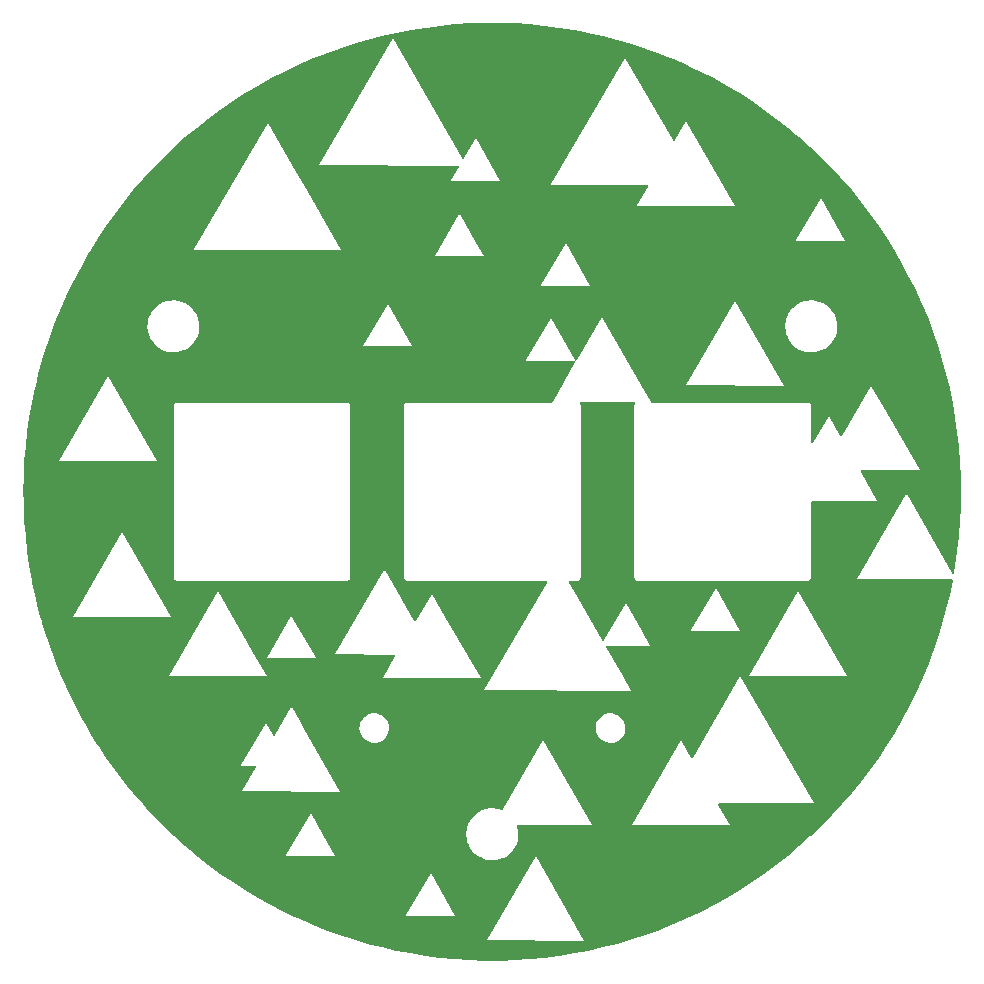
<source format=gbr>
%TF.GenerationSoftware,KiCad,Pcbnew,(7.0.0-0)*%
%TF.CreationDate,2023-03-08T23:01:28-06:00*%
%TF.ProjectId,RP2040_minimal,52503230-3430-45f6-9d69-6e696d616c2e,REV1*%
%TF.SameCoordinates,Original*%
%TF.FileFunction,Copper,L1,Top*%
%TF.FilePolarity,Positive*%
%FSLAX46Y46*%
G04 Gerber Fmt 4.6, Leading zero omitted, Abs format (unit mm)*
G04 Created by KiCad (PCBNEW (7.0.0-0)) date 2023-03-08 23:01:28*
%MOMM*%
%LPD*%
G01*
G04 APERTURE LIST*
G04 APERTURE END LIST*
%TA.AperFunction,Conductor*%
%TO.N,GND*%
G36*
X631446Y39694453D02*
G01*
X1887433Y39654584D01*
X1890490Y39654438D01*
X3144637Y39574735D01*
X3147726Y39574489D01*
X4398656Y39455040D01*
X4401768Y39454693D01*
X5605349Y39301093D01*
X5648300Y39295611D01*
X5651409Y39295163D01*
X6892177Y39096626D01*
X6895271Y39096081D01*
X7429066Y38993201D01*
X8129172Y38858267D01*
X8132236Y38857627D01*
X9358004Y38580774D01*
X9361028Y38580040D01*
X10577351Y38264448D01*
X10580378Y38263611D01*
X11786095Y37909581D01*
X11789078Y37908654D01*
X12982925Y37516556D01*
X12985892Y37515530D01*
X14166765Y37085728D01*
X14169665Y37084619D01*
X15336237Y36617593D01*
X15339129Y36616382D01*
X16490354Y36112554D01*
X16493150Y36111277D01*
X16910876Y35912439D01*
X17627812Y35571176D01*
X17630626Y35569781D01*
X18747539Y34993973D01*
X18750308Y34992489D01*
X19848377Y34381540D01*
X19851095Y34379971D01*
X20929254Y33734474D01*
X20931907Y33732827D01*
X21989018Y33053463D01*
X21991634Y33051723D01*
X23026669Y32339153D01*
X23029228Y32337331D01*
X24041144Y31592273D01*
X24043644Y31590370D01*
X24300090Y31388699D01*
X25031416Y30813579D01*
X25033817Y30811628D01*
X25722706Y30233581D01*
X25996439Y30003891D01*
X25998813Y30001834D01*
X26935299Y29163984D01*
X26937607Y29161853D01*
X27847068Y28294683D01*
X27849307Y28292479D01*
X28730780Y27396908D01*
X28732948Y27394634D01*
X29225847Y26860995D01*
X29416589Y26654487D01*
X29585567Y26471543D01*
X29587648Y26469217D01*
X30410550Y25519537D01*
X30412569Y25517131D01*
X31204930Y24541815D01*
X31206872Y24539345D01*
X31967861Y23539417D01*
X31969724Y23536888D01*
X32698647Y22513258D01*
X32700428Y22510670D01*
X33396468Y21464488D01*
X33398167Y21461845D01*
X34060677Y20394083D01*
X34062291Y20391388D01*
X34690601Y19303121D01*
X34692128Y19300376D01*
X35229027Y18298301D01*
X35285586Y18192740D01*
X35287025Y18189948D01*
X35845026Y17064066D01*
X35846377Y17061229D01*
X36368401Y15918157D01*
X36369660Y15915279D01*
X36855129Y14756280D01*
X36856296Y14753366D01*
X37285491Y13629949D01*
X37304771Y13579485D01*
X37305840Y13576546D01*
X37336231Y13488738D01*
X37716837Y12389047D01*
X37717817Y12386062D01*
X38090924Y11186143D01*
X38091809Y11183129D01*
X38426660Y9971964D01*
X38427449Y9968923D01*
X38723704Y8747744D01*
X38724396Y8744680D01*
X38981753Y7514731D01*
X38982348Y7511646D01*
X39200559Y6274113D01*
X39201055Y6271011D01*
X39379884Y5027223D01*
X39380282Y5024107D01*
X39519562Y3775251D01*
X39519861Y3772124D01*
X39619448Y2519457D01*
X39619647Y2516322D01*
X39679437Y1261163D01*
X39679537Y1258023D01*
X39699475Y1572D01*
X39699475Y-1570D01*
X39679537Y-1258022D01*
X39679437Y-1261162D01*
X39619647Y-2516321D01*
X39619448Y-2519456D01*
X39519861Y-3772123D01*
X39519562Y-3775250D01*
X39380282Y-5024106D01*
X39379884Y-5027222D01*
X39201055Y-6271010D01*
X39200559Y-6274112D01*
X39095919Y-6867548D01*
X39068388Y-6920399D01*
X39015508Y-6947872D01*
X38956438Y-6940013D01*
X38912580Y-6899672D01*
X35069476Y-209746D01*
X35062936Y-221016D01*
X35062934Y-221019D01*
X30914335Y-7370736D01*
X30914334Y-7370738D01*
X30907794Y-7382010D01*
X38884260Y-7399314D01*
X38939436Y-7416261D01*
X38975783Y-7461100D01*
X38980945Y-7518590D01*
X38724396Y-8744679D01*
X38723704Y-8747743D01*
X38427449Y-9968922D01*
X38426660Y-9971963D01*
X38091809Y-11183128D01*
X38090924Y-11186142D01*
X37717817Y-12386061D01*
X37716837Y-12389046D01*
X37305845Y-13576532D01*
X37304771Y-13579484D01*
X36856297Y-14753363D01*
X36855129Y-14756279D01*
X36369660Y-15915278D01*
X36368401Y-15918156D01*
X35846377Y-17061228D01*
X35845026Y-17064065D01*
X35287025Y-18189947D01*
X35285586Y-18192739D01*
X34692128Y-19300375D01*
X34690601Y-19303120D01*
X34062291Y-20391387D01*
X34060677Y-20394082D01*
X33398167Y-21461844D01*
X33396468Y-21464487D01*
X32700428Y-22510669D01*
X32698647Y-22513257D01*
X31969724Y-23536887D01*
X31967861Y-23539416D01*
X31206872Y-24539344D01*
X31204930Y-24541814D01*
X30412569Y-25517130D01*
X30410550Y-25519536D01*
X29587661Y-26469201D01*
X29585567Y-26471542D01*
X28732948Y-27394633D01*
X28730780Y-27396907D01*
X27849307Y-28292478D01*
X27847068Y-28294682D01*
X26937607Y-29161852D01*
X26935299Y-29163983D01*
X25998813Y-30001833D01*
X25996439Y-30003890D01*
X25033835Y-30811612D01*
X25031397Y-30813593D01*
X24043644Y-31590369D01*
X24041144Y-31592272D01*
X23029228Y-32337330D01*
X23026669Y-32339152D01*
X21991634Y-33051722D01*
X21989018Y-33053462D01*
X20931907Y-33732826D01*
X20929238Y-33734482D01*
X19851098Y-34379968D01*
X19848377Y-34381539D01*
X18750308Y-34992488D01*
X18747539Y-34993972D01*
X17630626Y-35569780D01*
X17627812Y-35571175D01*
X16493181Y-36111262D01*
X16490323Y-36112567D01*
X15339134Y-36616379D01*
X15336237Y-36617592D01*
X14169682Y-37084611D01*
X14166747Y-37085733D01*
X12985894Y-37515528D01*
X12982925Y-37516555D01*
X11789095Y-37908647D01*
X11786095Y-37909580D01*
X10580378Y-38263610D01*
X10577351Y-38264447D01*
X9361043Y-38580035D01*
X9357990Y-38580776D01*
X8132241Y-38857624D01*
X8129166Y-38858267D01*
X6895271Y-39096080D01*
X6892177Y-39096625D01*
X5651409Y-39295162D01*
X5648300Y-39295610D01*
X4401773Y-39454691D01*
X4398651Y-39455039D01*
X3147748Y-39574486D01*
X3144616Y-39574735D01*
X1890530Y-39654435D01*
X1887392Y-39654584D01*
X631446Y-39694453D01*
X628305Y-39694503D01*
X-628305Y-39694503D01*
X-631446Y-39694453D01*
X-1887393Y-39654584D01*
X-1890531Y-39654435D01*
X-3144617Y-39574735D01*
X-3147749Y-39574486D01*
X-4398652Y-39455039D01*
X-4401774Y-39454691D01*
X-5648301Y-39295610D01*
X-5651410Y-39295162D01*
X-6892178Y-39096625D01*
X-6895272Y-39096080D01*
X-8129167Y-38858267D01*
X-8132242Y-38857624D01*
X-9357991Y-38580776D01*
X-9361044Y-38580035D01*
X-10577352Y-38264447D01*
X-10580379Y-38263610D01*
X-11539422Y-37982010D01*
X-492206Y-37982010D01*
X7800000Y-38000000D01*
X3669476Y-30809746D01*
X3662936Y-30821016D01*
X3662934Y-30821019D01*
X-485665Y-37970736D01*
X-485666Y-37970738D01*
X-492206Y-37982010D01*
X-11539422Y-37982010D01*
X-11786096Y-37909580D01*
X-11789096Y-37908647D01*
X-12982926Y-37516555D01*
X-12985895Y-37515528D01*
X-14166748Y-37085733D01*
X-14169683Y-37084611D01*
X-15336238Y-36617592D01*
X-15339135Y-36616379D01*
X-16490324Y-36112567D01*
X-16493182Y-36111262D01*
X-16958016Y-35890000D01*
X-7290000Y-35890000D01*
X-3143897Y-35898995D01*
X-5209159Y-32303867D01*
X-5215699Y-32315137D01*
X-5215701Y-32315140D01*
X-7283459Y-35878726D01*
X-7283460Y-35878728D01*
X-7290000Y-35890000D01*
X-16958016Y-35890000D01*
X-17627813Y-35571175D01*
X-17630627Y-35569780D01*
X-18747540Y-34993972D01*
X-18750309Y-34992488D01*
X-19848378Y-34381539D01*
X-19851099Y-34379968D01*
X-20929239Y-33734482D01*
X-20931908Y-33732826D01*
X-21989019Y-33053462D01*
X-21991635Y-33051722D01*
X-23026670Y-32339152D01*
X-23029229Y-32337330D01*
X-24041145Y-31592272D01*
X-24043645Y-31590369D01*
X-24922739Y-30899043D01*
X-25031410Y-30813583D01*
X-25033836Y-30811612D01*
X-25035724Y-30810028D01*
X-25035757Y-30810000D01*
X-17450000Y-30810000D01*
X-13303897Y-30818995D01*
X-14306505Y-29073694D01*
X-2204193Y-29073694D01*
X-2203863Y-29076982D01*
X-2203862Y-29076988D01*
X-2175036Y-29363530D01*
X-2174704Y-29366827D01*
X-2173937Y-29370046D01*
X-2173936Y-29370051D01*
X-2107177Y-29650186D01*
X-2107174Y-29650196D01*
X-2106407Y-29653414D01*
X-2105216Y-29656508D01*
X-2105215Y-29656509D01*
X-2001713Y-29925247D01*
X-2001709Y-29925256D01*
X-2000521Y-29928340D01*
X-1998933Y-29931238D01*
X-1998930Y-29931244D01*
X-1874750Y-30157844D01*
X-1858936Y-30186700D01*
X-1856981Y-30189353D01*
X-1856978Y-30189358D01*
X-1687002Y-30420051D01*
X-1684178Y-30423884D01*
X-1479365Y-30635658D01*
X-1248154Y-30818244D01*
X-994669Y-30968383D01*
X-723434Y-31083397D01*
X-439290Y-31161232D01*
X-147306Y-31200500D01*
X71910Y-31200500D01*
X73571Y-31200500D01*
X293954Y-31185747D01*
X582663Y-31127064D01*
X860974Y-31030424D01*
X1123921Y-30897551D01*
X1366812Y-30730816D01*
X1585312Y-30533195D01*
X1775522Y-30308213D01*
X1934047Y-30059887D01*
X2058060Y-29792647D01*
X2145346Y-29511262D01*
X2194349Y-29220754D01*
X2204193Y-28926306D01*
X2174704Y-28633173D01*
X2106407Y-28346586D01*
X2105217Y-28343496D01*
X2096594Y-28321106D01*
X2090662Y-28273917D01*
X2107420Y-28229408D01*
X2143001Y-28197849D01*
X2189191Y-28186525D01*
X8400000Y-28200000D01*
X11800000Y-28200000D01*
X20092206Y-28217990D01*
X19114678Y-26516348D01*
X19101523Y-26466821D01*
X19114894Y-26417350D01*
X19151209Y-26381192D01*
X19200737Y-26368036D01*
X27195786Y-26385382D01*
X21000000Y-15600000D01*
X20993460Y-15611270D01*
X20993458Y-15611273D01*
X16987454Y-22515240D01*
X16951139Y-22551398D01*
X16901610Y-22564554D01*
X16852139Y-22551183D01*
X16815982Y-22514869D01*
X15961682Y-21027736D01*
X15955142Y-21039006D01*
X15955140Y-21039009D01*
X11806541Y-28188726D01*
X11806540Y-28188728D01*
X11800000Y-28200000D01*
X8400000Y-28200000D01*
X4269476Y-21009746D01*
X4262936Y-21021016D01*
X4262934Y-21021019D01*
X862466Y-26881401D01*
X829676Y-26915435D01*
X784845Y-26930391D01*
X738190Y-26922860D01*
X726482Y-26917895D01*
X726475Y-26917892D01*
X723434Y-26916603D01*
X594926Y-26881401D01*
X442485Y-26839643D01*
X442482Y-26839642D01*
X439290Y-26838768D01*
X436011Y-26838327D01*
X150581Y-26799940D01*
X150574Y-26799939D01*
X147306Y-26799500D01*
X-73571Y-26799500D01*
X-75201Y-26799609D01*
X-75228Y-26799610D01*
X-290660Y-26814032D01*
X-290668Y-26814032D01*
X-293954Y-26814253D01*
X-297190Y-26814910D01*
X-297192Y-26814911D01*
X-579414Y-26872275D01*
X-579423Y-26872277D01*
X-582663Y-26872936D01*
X-585790Y-26874021D01*
X-585798Y-26874024D01*
X-857837Y-26968486D01*
X-857847Y-26968489D01*
X-860974Y-26969576D01*
X-863924Y-26971066D01*
X-863939Y-26971073D01*
X-1120967Y-27100956D01*
X-1120971Y-27100957D01*
X-1123921Y-27102449D01*
X-1126640Y-27104315D01*
X-1126646Y-27104319D01*
X-1364090Y-27267315D01*
X-1364095Y-27267318D01*
X-1366812Y-27269184D01*
X-1369253Y-27271391D01*
X-1369261Y-27271398D01*
X-1582867Y-27464593D01*
X-1582872Y-27464598D01*
X-1585312Y-27466805D01*
X-1587440Y-27469321D01*
X-1587443Y-27469325D01*
X-1773384Y-27689257D01*
X-1773391Y-27689265D01*
X-1775522Y-27691787D01*
X-1777302Y-27694574D01*
X-1777307Y-27694582D01*
X-1932266Y-27937322D01*
X-1932271Y-27937329D01*
X-1934047Y-27940113D01*
X-1935437Y-27943108D01*
X-1935439Y-27943112D01*
X-2054634Y-28199971D01*
X-2058060Y-28207353D01*
X-2059037Y-28210501D01*
X-2059043Y-28210518D01*
X-2144363Y-28485567D01*
X-2144366Y-28485576D01*
X-2145346Y-28488738D01*
X-2145898Y-28492005D01*
X-2145898Y-28492009D01*
X-2170265Y-28636469D01*
X-2194349Y-28779246D01*
X-2194460Y-28782549D01*
X-2194460Y-28782555D01*
X-2204083Y-29070385D01*
X-2204083Y-29070394D01*
X-2204193Y-29073694D01*
X-14306505Y-29073694D01*
X-15369159Y-27223867D01*
X-15375699Y-27235137D01*
X-15375701Y-27235140D01*
X-17443459Y-30798726D01*
X-17443460Y-30798728D01*
X-17450000Y-30810000D01*
X-25035757Y-30810000D01*
X-25637095Y-30305417D01*
X-25996440Y-30003890D01*
X-25998814Y-30001833D01*
X-26935300Y-29163983D01*
X-26937608Y-29161852D01*
X-27847069Y-28294682D01*
X-27849308Y-28292478D01*
X-28730781Y-27396907D01*
X-28732949Y-27394633D01*
X-29282647Y-26799500D01*
X-29585584Y-26471524D01*
X-29587646Y-26469219D01*
X-30410560Y-25519525D01*
X-30412570Y-25517130D01*
X-30530239Y-25372292D01*
X-30917769Y-24895281D01*
X-31204931Y-24541814D01*
X-31206873Y-24539344D01*
X-31967862Y-23539416D01*
X-31969725Y-23536887D01*
X-32216742Y-23190000D01*
X-21260000Y-23190000D01*
X-20068620Y-23192584D01*
X-20019149Y-23205955D01*
X-19982991Y-23242270D01*
X-19969835Y-23291799D01*
X-19983206Y-23341270D01*
X-21155141Y-25360990D01*
X-21155142Y-25360992D01*
X-21161682Y-25372264D01*
X-12869476Y-25390254D01*
X-15933610Y-20056330D01*
X-11254290Y-20056330D01*
X-11253695Y-20060728D01*
X-11253694Y-20060732D01*
X-11224672Y-20274986D01*
X-11224670Y-20274995D01*
X-11224075Y-20279387D01*
X-11222705Y-20283605D01*
X-11222704Y-20283607D01*
X-11155890Y-20489241D01*
X-11155887Y-20489249D01*
X-11154517Y-20493464D01*
X-11152413Y-20497374D01*
X-11152412Y-20497376D01*
X-11049961Y-20687763D01*
X-11049958Y-20687768D01*
X-11047852Y-20691681D01*
X-10907508Y-20867666D01*
X-10737996Y-21015765D01*
X-10544764Y-21131215D01*
X-10334024Y-21210307D01*
X-10112547Y-21250500D01*
X-9946068Y-21250500D01*
X-9943845Y-21250500D01*
X-9775812Y-21235377D01*
X-9558830Y-21175493D01*
X-9356027Y-21077829D01*
X-9173922Y-20945522D01*
X-9018368Y-20782825D01*
X-8894365Y-20594968D01*
X-8805897Y-20387988D01*
X-8755809Y-20168537D01*
X-8750770Y-20056330D01*
X8745710Y-20056330D01*
X8746305Y-20060728D01*
X8746306Y-20060732D01*
X8775328Y-20274986D01*
X8775330Y-20274995D01*
X8775925Y-20279387D01*
X8777295Y-20283605D01*
X8777296Y-20283607D01*
X8844110Y-20489241D01*
X8844113Y-20489249D01*
X8845483Y-20493464D01*
X8847587Y-20497374D01*
X8847588Y-20497376D01*
X8950039Y-20687763D01*
X8950042Y-20687768D01*
X8952148Y-20691681D01*
X9092492Y-20867666D01*
X9262004Y-21015765D01*
X9455236Y-21131215D01*
X9665976Y-21210307D01*
X9887453Y-21250500D01*
X10053932Y-21250500D01*
X10056155Y-21250500D01*
X10224188Y-21235377D01*
X10441170Y-21175493D01*
X10643973Y-21077829D01*
X10826078Y-20945522D01*
X10981632Y-20782825D01*
X11105635Y-20594968D01*
X11194103Y-20387988D01*
X11244191Y-20168537D01*
X11254290Y-19943670D01*
X11224075Y-19720613D01*
X11154517Y-19506536D01*
X11047852Y-19308319D01*
X10907508Y-19132334D01*
X10904159Y-19129408D01*
X10741343Y-18987159D01*
X10741341Y-18987158D01*
X10737996Y-18984235D01*
X10734182Y-18981956D01*
X10548581Y-18871065D01*
X10548576Y-18871062D01*
X10544764Y-18868785D01*
X10334024Y-18789693D01*
X10329654Y-18788899D01*
X10329647Y-18788898D01*
X10116917Y-18750293D01*
X10116916Y-18750292D01*
X10112547Y-18749500D01*
X9943845Y-18749500D01*
X9941642Y-18749698D01*
X9941625Y-18749699D01*
X9780242Y-18764224D01*
X9780238Y-18764224D01*
X9775812Y-18764623D01*
X9771526Y-18765805D01*
X9771525Y-18765806D01*
X9563114Y-18823324D01*
X9563107Y-18823326D01*
X9558830Y-18824507D01*
X9554831Y-18826432D01*
X9554825Y-18826435D01*
X9360030Y-18920242D01*
X9360019Y-18920248D01*
X9356027Y-18922171D01*
X9352437Y-18924778D01*
X9352434Y-18924781D01*
X9177515Y-19051867D01*
X9177511Y-19051870D01*
X9173922Y-19054478D01*
X9170856Y-19057683D01*
X9170851Y-19057689D01*
X9021439Y-19213962D01*
X9021434Y-19213967D01*
X9018368Y-19217175D01*
X9015926Y-19220872D01*
X9015919Y-19220883D01*
X8896815Y-19401319D01*
X8896810Y-19401326D01*
X8894365Y-19405032D01*
X8892618Y-19409119D01*
X8892616Y-19409123D01*
X8807646Y-19607918D01*
X8807643Y-19607926D01*
X8805897Y-19612012D01*
X8804907Y-19616347D01*
X8804906Y-19616352D01*
X8756797Y-19827131D01*
X8756795Y-19827139D01*
X8755809Y-19831463D01*
X8755609Y-19835896D01*
X8755609Y-19835903D01*
X8750570Y-19948110D01*
X8745710Y-20056330D01*
X-8750770Y-20056330D01*
X-8745710Y-19943670D01*
X-8775925Y-19720613D01*
X-8845483Y-19506536D01*
X-8952148Y-19308319D01*
X-9092492Y-19132334D01*
X-9095841Y-19129408D01*
X-9258657Y-18987159D01*
X-9258659Y-18987158D01*
X-9262004Y-18984235D01*
X-9265818Y-18981956D01*
X-9451419Y-18871065D01*
X-9451424Y-18871062D01*
X-9455236Y-18868785D01*
X-9665976Y-18789693D01*
X-9670346Y-18788899D01*
X-9670353Y-18788898D01*
X-9883083Y-18750293D01*
X-9883084Y-18750292D01*
X-9887453Y-18749500D01*
X-10056155Y-18749500D01*
X-10058358Y-18749698D01*
X-10058375Y-18749699D01*
X-10219758Y-18764224D01*
X-10219762Y-18764224D01*
X-10224188Y-18764623D01*
X-10228474Y-18765805D01*
X-10228475Y-18765806D01*
X-10436886Y-18823324D01*
X-10436893Y-18823326D01*
X-10441170Y-18824507D01*
X-10445169Y-18826432D01*
X-10445175Y-18826435D01*
X-10639970Y-18920242D01*
X-10639981Y-18920248D01*
X-10643973Y-18922171D01*
X-10647563Y-18924778D01*
X-10647566Y-18924781D01*
X-10822485Y-19051867D01*
X-10822489Y-19051870D01*
X-10826078Y-19054478D01*
X-10829144Y-19057683D01*
X-10829149Y-19057689D01*
X-10978561Y-19213962D01*
X-10978566Y-19213967D01*
X-10981632Y-19217175D01*
X-10984074Y-19220872D01*
X-10984081Y-19220883D01*
X-11103185Y-19401319D01*
X-11103190Y-19401326D01*
X-11105635Y-19405032D01*
X-11107382Y-19409119D01*
X-11107384Y-19409123D01*
X-11192354Y-19607918D01*
X-11192357Y-19607926D01*
X-11194103Y-19612012D01*
X-11195093Y-19616347D01*
X-11195094Y-19616352D01*
X-11243203Y-19827131D01*
X-11243205Y-19827139D01*
X-11244191Y-19831463D01*
X-11244391Y-19835896D01*
X-11244391Y-19835903D01*
X-11249430Y-19948110D01*
X-11254290Y-20056330D01*
X-15933610Y-20056330D01*
X-16307756Y-19405032D01*
X-16993508Y-18211301D01*
X-16993509Y-18211300D01*
X-17000000Y-18200000D01*
X-17006540Y-18211270D01*
X-17006542Y-18211273D01*
X-18414235Y-20637297D01*
X-18450550Y-20673455D01*
X-18500079Y-20686611D01*
X-18549550Y-20673240D01*
X-18585707Y-20636926D01*
X-19179159Y-19603867D01*
X-19185699Y-19615137D01*
X-19185701Y-19615140D01*
X-21253459Y-23178726D01*
X-21253460Y-23178728D01*
X-21260000Y-23190000D01*
X-32216742Y-23190000D01*
X-32698651Y-22513253D01*
X-32700429Y-22510669D01*
X-33396469Y-21464487D01*
X-33398168Y-21461844D01*
X-33539418Y-21234193D01*
X-34060683Y-20394075D01*
X-34062292Y-20391387D01*
X-34318218Y-19948110D01*
X-34690607Y-19303112D01*
X-34692129Y-19300375D01*
X-34734720Y-19220883D01*
X-35285605Y-18192704D01*
X-35287008Y-18189983D01*
X-35705811Y-17344963D01*
X-35845027Y-17064065D01*
X-35846378Y-17061228D01*
X-36368402Y-15918156D01*
X-36369661Y-15915278D01*
X-36501721Y-15600000D01*
X-27400000Y-15600000D01*
X-19107794Y-15617990D01*
X-19993531Y-14076133D01*
X-19107794Y-14076133D01*
X-14961691Y-14085128D01*
X-15135821Y-13782010D01*
X-13292206Y-13782010D01*
X-8309674Y-13792819D01*
X-8260203Y-13806190D01*
X-8224045Y-13842505D01*
X-8210889Y-13892034D01*
X-8224260Y-13941505D01*
X-9285665Y-15770736D01*
X-9285666Y-15770738D01*
X-9292206Y-15782010D01*
X-1000000Y-15800000D01*
X-4004011Y-10570736D01*
X-5124032Y-8621047D01*
X-5124033Y-8621046D01*
X-5130524Y-8609746D01*
X-5137064Y-8621016D01*
X-5137066Y-8621019D01*
X-6477147Y-10930520D01*
X-6513462Y-10966678D01*
X-6562991Y-10979834D01*
X-6612462Y-10966463D01*
X-6648619Y-10930149D01*
X-8778927Y-7221793D01*
X-7479401Y-7221793D01*
X-7478555Y-7230924D01*
X-7478555Y-7230927D01*
X-7475922Y-7259338D01*
X-7475500Y-7268472D01*
X-7475500Y-7277844D01*
X-7474660Y-7282343D01*
X-7474659Y-7282344D01*
X-7473778Y-7287059D01*
X-7472517Y-7296105D01*
X-7469884Y-7324521D01*
X-7469882Y-7324531D01*
X-7469035Y-7333660D01*
X-7464947Y-7341871D01*
X-7463568Y-7346716D01*
X-7461748Y-7351416D01*
X-7460061Y-7360433D01*
X-7440207Y-7392498D01*
X-7435772Y-7400460D01*
X-7418958Y-7434228D01*
X-7412180Y-7440407D01*
X-7409141Y-7444431D01*
X-7405749Y-7448152D01*
X-7400919Y-7455952D01*
X-7370830Y-7478674D01*
X-7363805Y-7484507D01*
X-7335933Y-7509916D01*
X-7327373Y-7513232D01*
X-7323088Y-7515885D01*
X-7318586Y-7518126D01*
X-7311264Y-7523656D01*
X-7274998Y-7533974D01*
X-7266343Y-7536874D01*
X-7231173Y-7550500D01*
X-7221996Y-7550500D01*
X-7217049Y-7551425D01*
X-7212034Y-7551889D01*
X-7203207Y-7554401D01*
X-7165663Y-7550922D01*
X-7156528Y-7550500D01*
X4524330Y-7550500D01*
X4573876Y-7563790D01*
X4610120Y-7600093D01*
X4623330Y-7649661D01*
X4609959Y-7699186D01*
X-671768Y-16801741D01*
X-671769Y-16801743D01*
X-678309Y-16813015D01*
X11760000Y-16840000D01*
X11037333Y-15582010D01*
X21707794Y-15582010D01*
X30000000Y-15600000D01*
X26796552Y-10023563D01*
X25875968Y-8421047D01*
X25875967Y-8421046D01*
X25869476Y-8409746D01*
X25862936Y-8421016D01*
X25862934Y-8421019D01*
X21714335Y-15570736D01*
X21714334Y-15570738D01*
X21707794Y-15582010D01*
X11037333Y-15582010D01*
X9657153Y-13179447D01*
X9643998Y-13129920D01*
X9657369Y-13080449D01*
X9693684Y-13044291D01*
X9743212Y-13031135D01*
X13366103Y-13038995D01*
X12631370Y-11760000D01*
X16840000Y-11760000D01*
X20986103Y-11768995D01*
X18920841Y-8173867D01*
X18914301Y-8185137D01*
X18914299Y-8185140D01*
X16846541Y-11748726D01*
X16846540Y-11748728D01*
X16840000Y-11760000D01*
X12631370Y-11760000D01*
X11300841Y-9443867D01*
X11294301Y-9455137D01*
X11294299Y-9455140D01*
X9482588Y-12577451D01*
X9446273Y-12613609D01*
X9396744Y-12626765D01*
X9347273Y-12613394D01*
X9311116Y-12577080D01*
X6927479Y-8427736D01*
X6508742Y-7698814D01*
X6495586Y-7649339D01*
X6508903Y-7599907D01*
X6545133Y-7563737D01*
X6594586Y-7550500D01*
X7119272Y-7550500D01*
X7128763Y-7551823D01*
X7128836Y-7551044D01*
X7137967Y-7551890D01*
X7146793Y-7554401D01*
X7184337Y-7550922D01*
X7193472Y-7550500D01*
X7198263Y-7550500D01*
X7202844Y-7550500D01*
X7212049Y-7548778D01*
X7221107Y-7547514D01*
X7258660Y-7544035D01*
X7266876Y-7539943D01*
X7271714Y-7538567D01*
X7276411Y-7536747D01*
X7285433Y-7535061D01*
X7317491Y-7515210D01*
X7325463Y-7510770D01*
X7359228Y-7493958D01*
X7365413Y-7487172D01*
X7369434Y-7484136D01*
X7373147Y-7480750D01*
X7380952Y-7475919D01*
X7403673Y-7445829D01*
X7409504Y-7438806D01*
X7434916Y-7410933D01*
X7438230Y-7402375D01*
X7440873Y-7398108D01*
X7443122Y-7393591D01*
X7448656Y-7386264D01*
X7458977Y-7349983D01*
X7461872Y-7341348D01*
X7475500Y-7306173D01*
X7475500Y-7296998D01*
X7476425Y-7292050D01*
X7476889Y-7287033D01*
X7479401Y-7278207D01*
X7475922Y-7240662D01*
X7475500Y-7231528D01*
X7475500Y7194272D01*
X7476823Y7203764D01*
X7476044Y7203836D01*
X7476890Y7212968D01*
X7479401Y7221793D01*
X7475922Y7259338D01*
X7475500Y7268472D01*
X7475500Y7273263D01*
X7475500Y7277844D01*
X7473778Y7287055D01*
X7472514Y7296103D01*
X7469035Y7333660D01*
X7464945Y7341873D01*
X7463569Y7346711D01*
X7461747Y7351414D01*
X7460061Y7360433D01*
X7440217Y7392482D01*
X7435766Y7400472D01*
X7430557Y7410933D01*
X7418958Y7434228D01*
X7412179Y7440408D01*
X7409145Y7444426D01*
X7406661Y7447151D01*
X7404589Y7451438D01*
X7401150Y7455580D01*
X7400916Y7455958D01*
X7402062Y7456668D01*
X7382108Y7497961D01*
X7389306Y7553932D01*
X7425915Y7596878D01*
X7480038Y7612844D01*
X12016181Y7603003D01*
X12070145Y7586861D01*
X12106571Y7543895D01*
X12113664Y7488014D01*
X12089129Y7437310D01*
X12071261Y7417709D01*
X12065084Y7410933D01*
X12061772Y7402386D01*
X12059124Y7398109D01*
X12056870Y7393583D01*
X12051344Y7386264D01*
X12048834Y7377446D01*
X12048831Y7377438D01*
X12041024Y7349998D01*
X12038120Y7341331D01*
X12027812Y7314724D01*
X12027811Y7314722D01*
X12024500Y7306173D01*
X12024500Y7297003D01*
X12023575Y7292054D01*
X12023109Y7287031D01*
X12020599Y7278207D01*
X12021445Y7269076D01*
X12021445Y7269073D01*
X12024078Y7240662D01*
X12024500Y7231528D01*
X12024500Y-7194272D01*
X12023176Y-7203763D01*
X12023956Y-7203836D01*
X12023109Y-7212969D01*
X12020599Y-7221793D01*
X12021445Y-7230924D01*
X12021445Y-7230927D01*
X12024078Y-7259338D01*
X12024500Y-7268472D01*
X12024500Y-7277844D01*
X12025340Y-7282343D01*
X12025341Y-7282344D01*
X12026222Y-7287059D01*
X12027483Y-7296105D01*
X12030116Y-7324521D01*
X12030118Y-7324531D01*
X12030965Y-7333660D01*
X12035053Y-7341871D01*
X12036432Y-7346716D01*
X12038252Y-7351416D01*
X12039939Y-7360433D01*
X12059793Y-7392498D01*
X12064228Y-7400460D01*
X12081042Y-7434228D01*
X12087820Y-7440407D01*
X12090859Y-7444431D01*
X12094251Y-7448152D01*
X12099081Y-7455952D01*
X12129170Y-7478674D01*
X12136195Y-7484507D01*
X12164067Y-7509916D01*
X12172627Y-7513232D01*
X12176912Y-7515885D01*
X12181414Y-7518126D01*
X12188736Y-7523656D01*
X12225002Y-7533974D01*
X12233657Y-7536874D01*
X12268827Y-7550500D01*
X12278004Y-7550500D01*
X12282951Y-7551425D01*
X12287966Y-7551889D01*
X12296793Y-7554401D01*
X12334337Y-7550922D01*
X12343472Y-7550500D01*
X26619272Y-7550500D01*
X26628763Y-7551823D01*
X26628836Y-7551044D01*
X26637967Y-7551890D01*
X26646793Y-7554401D01*
X26684337Y-7550922D01*
X26693472Y-7550500D01*
X26698263Y-7550500D01*
X26702844Y-7550500D01*
X26712049Y-7548778D01*
X26721107Y-7547514D01*
X26758660Y-7544035D01*
X26766876Y-7539943D01*
X26771714Y-7538567D01*
X26776411Y-7536747D01*
X26785433Y-7535061D01*
X26817491Y-7515210D01*
X26825463Y-7510770D01*
X26859228Y-7493958D01*
X26865413Y-7487172D01*
X26869434Y-7484136D01*
X26873147Y-7480750D01*
X26880952Y-7475919D01*
X26903673Y-7445829D01*
X26909504Y-7438806D01*
X26934916Y-7410933D01*
X26938230Y-7402375D01*
X26940873Y-7398108D01*
X26943122Y-7393591D01*
X26948656Y-7386264D01*
X26958977Y-7349983D01*
X26961872Y-7341348D01*
X26975500Y-7306173D01*
X26975500Y-7296998D01*
X26976425Y-7292050D01*
X26976889Y-7287033D01*
X26979401Y-7278207D01*
X26975922Y-7240662D01*
X26975500Y-7231528D01*
X26975500Y-887013D01*
X26988799Y-837451D01*
X27025124Y-801205D01*
X27074714Y-788013D01*
X32600000Y-800000D01*
X31185457Y1662381D01*
X31172302Y1711908D01*
X31185673Y1761379D01*
X31221988Y1797537D01*
X31271516Y1810693D01*
X36200000Y1800000D01*
X33045105Y7291918D01*
X32075968Y8978953D01*
X32075967Y8978954D01*
X32069476Y8990254D01*
X32062936Y8978984D01*
X32062934Y8978981D01*
X29595974Y4727411D01*
X29559659Y4691253D01*
X29510130Y4678097D01*
X29460659Y4691468D01*
X29424502Y4727782D01*
X28469476Y6390254D01*
X28462936Y6378984D01*
X28462934Y6378981D01*
X27160129Y4133719D01*
X27123851Y4097583D01*
X27074371Y4084405D01*
X27024926Y4097711D01*
X26988742Y4133942D01*
X26975500Y4183405D01*
X26975500Y7194272D01*
X26976823Y7203764D01*
X26976044Y7203836D01*
X26976890Y7212968D01*
X26979401Y7221793D01*
X26975922Y7259338D01*
X26975500Y7268472D01*
X26975500Y7273263D01*
X26975500Y7277844D01*
X26973778Y7287055D01*
X26972514Y7296103D01*
X26969035Y7333660D01*
X26964945Y7341873D01*
X26963569Y7346711D01*
X26961747Y7351414D01*
X26960061Y7360433D01*
X26940217Y7392482D01*
X26935766Y7400472D01*
X26930557Y7410933D01*
X26918958Y7434228D01*
X26912179Y7440408D01*
X26909145Y7444426D01*
X26905748Y7448152D01*
X26900919Y7455952D01*
X26870833Y7478672D01*
X26863798Y7484513D01*
X26859958Y7488014D01*
X26835933Y7509916D01*
X26827381Y7513230D01*
X26823104Y7515878D01*
X26818582Y7518130D01*
X26811264Y7523656D01*
X26802443Y7526166D01*
X26802441Y7526167D01*
X26775001Y7533974D01*
X26766332Y7536880D01*
X26739726Y7547187D01*
X26739723Y7547188D01*
X26731173Y7550500D01*
X26722002Y7550500D01*
X26717053Y7551425D01*
X26712030Y7551891D01*
X26703207Y7554401D01*
X26694074Y7553555D01*
X26694072Y7553555D01*
X26665662Y7550922D01*
X26656528Y7550500D01*
X13485737Y7550500D01*
X13436144Y7563817D01*
X13399893Y7600186D01*
X13392621Y7612844D01*
X12595753Y9000000D01*
X16400000Y9000000D01*
X24692206Y8982010D01*
X21851898Y13926306D01*
X24795807Y13926306D01*
X24796137Y13923018D01*
X24796138Y13923012D01*
X24823302Y13652992D01*
X24825296Y13633173D01*
X24826063Y13629954D01*
X24826064Y13629949D01*
X24892823Y13349814D01*
X24892826Y13349804D01*
X24893593Y13346586D01*
X24894784Y13343492D01*
X24894785Y13343491D01*
X24998287Y13074753D01*
X24998291Y13074744D01*
X24999479Y13071660D01*
X25001067Y13068762D01*
X25001070Y13068756D01*
X25125250Y12842156D01*
X25141064Y12813300D01*
X25143019Y12810647D01*
X25143022Y12810642D01*
X25312998Y12579949D01*
X25315822Y12576116D01*
X25520635Y12364342D01*
X25523229Y12362293D01*
X25523233Y12362290D01*
X25575476Y12321034D01*
X25751846Y12181756D01*
X26005331Y12031617D01*
X26276566Y11916603D01*
X26560710Y11838768D01*
X26852694Y11799500D01*
X27071910Y11799500D01*
X27073571Y11799500D01*
X27293954Y11814253D01*
X27582663Y11872936D01*
X27860974Y11969576D01*
X28123921Y12102449D01*
X28366812Y12269184D01*
X28585312Y12466805D01*
X28775522Y12691787D01*
X28934047Y12940113D01*
X29058060Y13207353D01*
X29145346Y13488738D01*
X29194349Y13779246D01*
X29204193Y14073694D01*
X29174704Y14366827D01*
X29106407Y14653414D01*
X29000521Y14928340D01*
X28858936Y15186700D01*
X28684178Y15423884D01*
X28479365Y15635658D01*
X28476771Y15637707D01*
X28476766Y15637711D01*
X28250751Y15816193D01*
X28248154Y15818244D01*
X28245311Y15819928D01*
X28245308Y15819930D01*
X27997511Y15966700D01*
X27997507Y15966702D01*
X27994669Y15968383D01*
X27991627Y15969673D01*
X27991625Y15969674D01*
X27726483Y16082104D01*
X27726484Y16082104D01*
X27723434Y16083397D01*
X27692968Y16091743D01*
X27442485Y16160357D01*
X27442482Y16160358D01*
X27439290Y16161232D01*
X27392728Y16167494D01*
X27150581Y16200060D01*
X27150574Y16200061D01*
X27147306Y16200500D01*
X26926429Y16200500D01*
X26924799Y16200391D01*
X26924772Y16200390D01*
X26709340Y16185968D01*
X26709332Y16185968D01*
X26706046Y16185747D01*
X26702810Y16185090D01*
X26702808Y16185089D01*
X26420586Y16127725D01*
X26420577Y16127723D01*
X26417337Y16127064D01*
X26414210Y16125979D01*
X26414202Y16125976D01*
X26142163Y16031514D01*
X26142153Y16031511D01*
X26139026Y16030424D01*
X26136076Y16028934D01*
X26136061Y16028927D01*
X25879033Y15899044D01*
X25879029Y15899043D01*
X25876079Y15897551D01*
X25873360Y15895685D01*
X25873354Y15895681D01*
X25635910Y15732685D01*
X25635905Y15732682D01*
X25633188Y15730816D01*
X25630747Y15728609D01*
X25630739Y15728602D01*
X25417133Y15535407D01*
X25417128Y15535402D01*
X25414688Y15533195D01*
X25412560Y15530679D01*
X25412557Y15530675D01*
X25226616Y15310743D01*
X25226609Y15310735D01*
X25224478Y15308213D01*
X25222698Y15305426D01*
X25222693Y15305418D01*
X25067734Y15062678D01*
X25067729Y15062671D01*
X25065953Y15059887D01*
X25064563Y15056892D01*
X25064561Y15056888D01*
X25003474Y14925248D01*
X24941940Y14792647D01*
X24940963Y14789499D01*
X24940957Y14789482D01*
X24855637Y14514433D01*
X24855634Y14514424D01*
X24854654Y14511262D01*
X24854102Y14507995D01*
X24854102Y14507991D01*
X24829735Y14363531D01*
X24805651Y14220754D01*
X24805540Y14217451D01*
X24805540Y14217445D01*
X24795917Y13929615D01*
X24795917Y13929606D01*
X24795807Y13926306D01*
X21851898Y13926306D01*
X20561682Y16172264D01*
X20555142Y16160994D01*
X20555140Y16160991D01*
X16406541Y9011274D01*
X16406540Y9011272D01*
X16400000Y9000000D01*
X12595753Y9000000D01*
X9346307Y14656510D01*
X9275968Y14778953D01*
X9275967Y14778954D01*
X9269476Y14790254D01*
X9262936Y14778984D01*
X9262934Y14778981D01*
X7155342Y11146745D01*
X7119027Y11110587D01*
X7069498Y11097431D01*
X7020027Y11110802D01*
X6983869Y11147117D01*
X4957333Y14674832D01*
X4957332Y14674833D01*
X4950841Y14686133D01*
X4944301Y14674863D01*
X4944299Y14674860D01*
X2876541Y11111274D01*
X2876540Y11111272D01*
X2870000Y11100000D01*
X6951394Y11091146D01*
X7000863Y11077775D01*
X7037021Y11041460D01*
X7050177Y10991931D01*
X7036806Y10942460D01*
X5114334Y7629262D01*
X5114333Y7629261D01*
X5107794Y7617990D01*
X5109851Y7617986D01*
X5092997Y7585753D01*
X5059026Y7559745D01*
X5017252Y7550500D01*
X-7119272Y7550500D01*
X-7128764Y7551824D01*
X-7128836Y7551044D01*
X-7137970Y7551891D01*
X-7146793Y7554401D01*
X-7155926Y7553555D01*
X-7155928Y7553555D01*
X-7184338Y7550922D01*
X-7193472Y7550500D01*
X-7202844Y7550500D01*
X-7207339Y7549661D01*
X-7207350Y7549659D01*
X-7212061Y7548778D01*
X-7221105Y7547517D01*
X-7249522Y7544883D01*
X-7249528Y7544882D01*
X-7258660Y7544035D01*
X-7266870Y7539949D01*
X-7271717Y7538569D01*
X-7276423Y7536747D01*
X-7285433Y7535061D01*
X-7293226Y7530237D01*
X-7293229Y7530235D01*
X-7317484Y7515217D01*
X-7325466Y7510771D01*
X-7351015Y7498049D01*
X-7351021Y7498046D01*
X-7359228Y7493958D01*
X-7365406Y7487183D01*
X-7369437Y7484138D01*
X-7373160Y7480745D01*
X-7380952Y7475919D01*
X-7386478Y7468603D01*
X-7386480Y7468600D01*
X-7403678Y7445826D01*
X-7409512Y7438801D01*
X-7434916Y7410933D01*
X-7438228Y7402386D01*
X-7440876Y7398109D01*
X-7443130Y7393583D01*
X-7448656Y7386264D01*
X-7451166Y7377446D01*
X-7451169Y7377438D01*
X-7458976Y7349998D01*
X-7461880Y7341331D01*
X-7472188Y7314724D01*
X-7472189Y7314722D01*
X-7475500Y7306173D01*
X-7475500Y7297003D01*
X-7476425Y7292054D01*
X-7476891Y7287031D01*
X-7479401Y7278207D01*
X-7478555Y7269076D01*
X-7478555Y7269073D01*
X-7475922Y7240662D01*
X-7475500Y7231528D01*
X-7475500Y-7194272D01*
X-7476824Y-7203763D01*
X-7476044Y-7203836D01*
X-7476891Y-7212969D01*
X-7479401Y-7221793D01*
X-8778927Y-7221793D01*
X-9130524Y-6609746D01*
X-9137064Y-6621016D01*
X-9137066Y-6621019D01*
X-13285665Y-13770736D01*
X-13285666Y-13770738D01*
X-13292206Y-13782010D01*
X-15135821Y-13782010D01*
X-17026953Y-10490000D01*
X-17033493Y-10501270D01*
X-17033495Y-10501273D01*
X-19101253Y-14064859D01*
X-19101254Y-14064861D01*
X-19107794Y-14076133D01*
X-19993531Y-14076133D01*
X-23238318Y-8427736D01*
X-23244858Y-8439006D01*
X-23244860Y-8439009D01*
X-27393459Y-15588726D01*
X-27393460Y-15588728D01*
X-27400000Y-15600000D01*
X-36501721Y-15600000D01*
X-36513979Y-15570736D01*
X-36855145Y-14756243D01*
X-36856284Y-14753398D01*
X-37304790Y-13579436D01*
X-37305828Y-13576581D01*
X-37716841Y-12389037D01*
X-37717818Y-12386061D01*
X-38090933Y-11186118D01*
X-38091810Y-11183128D01*
X-38148015Y-10979834D01*
X-38258001Y-10582010D01*
X-35492206Y-10582010D01*
X-27200000Y-10600000D01*
X-29140650Y-7221793D01*
X-26979401Y-7221793D01*
X-26978555Y-7230924D01*
X-26978555Y-7230927D01*
X-26975922Y-7259338D01*
X-26975500Y-7268472D01*
X-26975500Y-7277844D01*
X-26974660Y-7282343D01*
X-26974659Y-7282344D01*
X-26973778Y-7287059D01*
X-26972517Y-7296105D01*
X-26969884Y-7324521D01*
X-26969882Y-7324531D01*
X-26969035Y-7333660D01*
X-26964947Y-7341871D01*
X-26963568Y-7346716D01*
X-26961748Y-7351416D01*
X-26960061Y-7360433D01*
X-26940207Y-7392498D01*
X-26935772Y-7400460D01*
X-26918958Y-7434228D01*
X-26912180Y-7440407D01*
X-26909141Y-7444431D01*
X-26905749Y-7448152D01*
X-26900919Y-7455952D01*
X-26870830Y-7478674D01*
X-26863805Y-7484507D01*
X-26835933Y-7509916D01*
X-26827373Y-7513232D01*
X-26823088Y-7515885D01*
X-26818586Y-7518126D01*
X-26811264Y-7523656D01*
X-26774998Y-7533974D01*
X-26766343Y-7536874D01*
X-26731173Y-7550500D01*
X-26721996Y-7550500D01*
X-26717049Y-7551425D01*
X-26712034Y-7551889D01*
X-26703207Y-7554401D01*
X-26665663Y-7550922D01*
X-26656528Y-7550500D01*
X-12380728Y-7550500D01*
X-12371237Y-7551823D01*
X-12371164Y-7551044D01*
X-12362033Y-7551890D01*
X-12353207Y-7554401D01*
X-12315663Y-7550922D01*
X-12306528Y-7550500D01*
X-12301737Y-7550500D01*
X-12297156Y-7550500D01*
X-12287951Y-7548778D01*
X-12278893Y-7547514D01*
X-12241340Y-7544035D01*
X-12233124Y-7539943D01*
X-12228286Y-7538567D01*
X-12223589Y-7536747D01*
X-12214567Y-7535061D01*
X-12182509Y-7515210D01*
X-12174537Y-7510770D01*
X-12140772Y-7493958D01*
X-12134587Y-7487172D01*
X-12130566Y-7484136D01*
X-12126853Y-7480750D01*
X-12119048Y-7475919D01*
X-12096327Y-7445829D01*
X-12090496Y-7438806D01*
X-12065084Y-7410933D01*
X-12061770Y-7402375D01*
X-12059127Y-7398108D01*
X-12056878Y-7393591D01*
X-12051344Y-7386264D01*
X-12041023Y-7349983D01*
X-12038128Y-7341348D01*
X-12024500Y-7306173D01*
X-12024500Y-7296998D01*
X-12023575Y-7292050D01*
X-12023111Y-7287033D01*
X-12020599Y-7278207D01*
X-12024078Y-7240662D01*
X-12024500Y-7231528D01*
X-12024500Y7194272D01*
X-12023177Y7203764D01*
X-12023956Y7203836D01*
X-12023110Y7212968D01*
X-12020599Y7221793D01*
X-12024078Y7259338D01*
X-12024500Y7268472D01*
X-12024500Y7273263D01*
X-12024500Y7277844D01*
X-12026222Y7287055D01*
X-12027486Y7296103D01*
X-12030965Y7333660D01*
X-12035055Y7341873D01*
X-12036431Y7346711D01*
X-12038253Y7351414D01*
X-12039939Y7360433D01*
X-12059783Y7392482D01*
X-12064234Y7400472D01*
X-12069443Y7410933D01*
X-12081042Y7434228D01*
X-12087821Y7440408D01*
X-12090855Y7444426D01*
X-12094252Y7448152D01*
X-12099081Y7455952D01*
X-12129167Y7478672D01*
X-12136202Y7484513D01*
X-12140042Y7488014D01*
X-12164067Y7509916D01*
X-12172619Y7513230D01*
X-12176896Y7515878D01*
X-12181418Y7518130D01*
X-12188736Y7523656D01*
X-12197557Y7526166D01*
X-12197559Y7526167D01*
X-12224999Y7533974D01*
X-12233668Y7536880D01*
X-12260274Y7547187D01*
X-12260277Y7547188D01*
X-12268827Y7550500D01*
X-12277998Y7550500D01*
X-12282947Y7551425D01*
X-12287970Y7551891D01*
X-12296793Y7554401D01*
X-12305926Y7553555D01*
X-12305928Y7553555D01*
X-12334338Y7550922D01*
X-12343472Y7550500D01*
X-26619272Y7550500D01*
X-26628764Y7551824D01*
X-26628836Y7551044D01*
X-26637970Y7551891D01*
X-26646793Y7554401D01*
X-26655926Y7553555D01*
X-26655928Y7553555D01*
X-26684338Y7550922D01*
X-26693472Y7550500D01*
X-26702844Y7550500D01*
X-26707339Y7549661D01*
X-26707350Y7549659D01*
X-26712061Y7548778D01*
X-26721105Y7547517D01*
X-26749522Y7544883D01*
X-26749528Y7544882D01*
X-26758660Y7544035D01*
X-26766870Y7539949D01*
X-26771717Y7538569D01*
X-26776423Y7536747D01*
X-26785433Y7535061D01*
X-26793226Y7530237D01*
X-26793229Y7530235D01*
X-26817484Y7515217D01*
X-26825466Y7510771D01*
X-26851015Y7498049D01*
X-26851021Y7498046D01*
X-26859228Y7493958D01*
X-26865406Y7487183D01*
X-26869437Y7484138D01*
X-26873160Y7480745D01*
X-26880952Y7475919D01*
X-26886478Y7468603D01*
X-26886480Y7468600D01*
X-26903678Y7445826D01*
X-26909512Y7438801D01*
X-26934916Y7410933D01*
X-26938228Y7402386D01*
X-26940876Y7398109D01*
X-26943130Y7393583D01*
X-26948656Y7386264D01*
X-26951166Y7377446D01*
X-26951169Y7377438D01*
X-26958976Y7349998D01*
X-26961880Y7341331D01*
X-26972188Y7314724D01*
X-26972189Y7314722D01*
X-26975500Y7306173D01*
X-26975500Y7297003D01*
X-26976425Y7292054D01*
X-26976891Y7287031D01*
X-26979401Y7278207D01*
X-26978555Y7269076D01*
X-26978555Y7269073D01*
X-26975922Y7240662D01*
X-26975500Y7231528D01*
X-26975500Y-7194272D01*
X-26976824Y-7203763D01*
X-26976044Y-7203836D01*
X-26976891Y-7212969D01*
X-26979401Y-7221793D01*
X-29140650Y-7221793D01*
X-31330524Y-3409746D01*
X-31337064Y-3421016D01*
X-31337066Y-3421019D01*
X-35485665Y-10570736D01*
X-35485666Y-10570738D01*
X-35492206Y-10582010D01*
X-38258001Y-10582010D01*
X-38426666Y-9971945D01*
X-38427450Y-9968922D01*
X-38723705Y-8747743D01*
X-38724397Y-8744679D01*
X-38943236Y-7698814D01*
X-38981758Y-7514710D01*
X-38982349Y-7511645D01*
X-38984747Y-7498046D01*
X-39200569Y-6274060D01*
X-39201048Y-6271062D01*
X-39379886Y-5027221D01*
X-39380283Y-5024106D01*
X-39519563Y-3775250D01*
X-39519862Y-3772123D01*
X-39619453Y-2519402D01*
X-39619645Y-2516376D01*
X-39679439Y-1261148D01*
X-39679538Y-1258022D01*
X-39685425Y-887013D01*
X-39699476Y-1512D01*
X-39699476Y1512D01*
X-39679538Y1258039D01*
X-39679438Y1261163D01*
X-39679206Y1266025D01*
X-39619645Y2516381D01*
X-39619453Y2519399D01*
X-39611615Y2617990D01*
X-36692206Y2617990D01*
X-28400000Y2600000D01*
X-32530524Y9790254D01*
X-32537064Y9778984D01*
X-32537066Y9778981D01*
X-36685665Y2629264D01*
X-36685666Y2629262D01*
X-36692206Y2617990D01*
X-39611615Y2617990D01*
X-39519859Y3772158D01*
X-39519567Y3775217D01*
X-39380282Y5024116D01*
X-39379885Y5027223D01*
X-39376378Y5051615D01*
X-39201047Y6271073D01*
X-39200570Y6274052D01*
X-38982344Y7511678D01*
X-38981761Y7514699D01*
X-38724395Y8744692D01*
X-38723705Y8747744D01*
X-38667607Y8978981D01*
X-38427442Y9968956D01*
X-38426670Y9971931D01*
X-38091799Y11183170D01*
X-38090938Y11186102D01*
X-37717810Y12386090D01*
X-37716848Y12389019D01*
X-37305821Y13576603D01*
X-37304798Y13579417D01*
X-37172271Y13926306D01*
X-29204193Y13926306D01*
X-29203863Y13923018D01*
X-29203862Y13923012D01*
X-29176698Y13652992D01*
X-29174704Y13633173D01*
X-29173937Y13629954D01*
X-29173936Y13629949D01*
X-29107177Y13349814D01*
X-29107174Y13349804D01*
X-29106407Y13346586D01*
X-29105216Y13343492D01*
X-29105215Y13343491D01*
X-29001713Y13074753D01*
X-29001709Y13074744D01*
X-29000521Y13071660D01*
X-28998933Y13068762D01*
X-28998930Y13068756D01*
X-28874750Y12842156D01*
X-28858936Y12813300D01*
X-28856981Y12810647D01*
X-28856978Y12810642D01*
X-28687002Y12579949D01*
X-28684178Y12576116D01*
X-28479365Y12364342D01*
X-28476771Y12362293D01*
X-28476767Y12362290D01*
X-28424524Y12321034D01*
X-28248154Y12181756D01*
X-27994669Y12031617D01*
X-27723434Y11916603D01*
X-27439290Y11838768D01*
X-27147306Y11799500D01*
X-26928090Y11799500D01*
X-26926429Y11799500D01*
X-26706046Y11814253D01*
X-26417337Y11872936D01*
X-26139026Y11969576D01*
X-25876079Y12102449D01*
X-25633188Y12269184D01*
X-25565947Y12330000D01*
X-10930000Y12330000D01*
X-6783897Y12321005D01*
X-8849159Y15916133D01*
X-8855699Y15904863D01*
X-8855701Y15904860D01*
X-10923459Y12341274D01*
X-10923460Y12341272D01*
X-10930000Y12330000D01*
X-25565947Y12330000D01*
X-25414688Y12466805D01*
X-25224478Y12691787D01*
X-25065953Y12940113D01*
X-24941940Y13207353D01*
X-24854654Y13488738D01*
X-24805651Y13779246D01*
X-24795807Y14073694D01*
X-24825296Y14366827D01*
X-24893593Y14653414D01*
X-24999479Y14928340D01*
X-25141064Y15186700D01*
X-25315822Y15423884D01*
X-25520635Y15635658D01*
X-25523229Y15637707D01*
X-25523234Y15637711D01*
X-25749249Y15816193D01*
X-25751846Y15818244D01*
X-25754689Y15819928D01*
X-25754692Y15819930D01*
X-26002489Y15966700D01*
X-26002493Y15966702D01*
X-26005331Y15968383D01*
X-26008373Y15969673D01*
X-26008375Y15969674D01*
X-26273517Y16082104D01*
X-26273516Y16082104D01*
X-26276566Y16083397D01*
X-26307032Y16091743D01*
X-26557515Y16160357D01*
X-26557518Y16160358D01*
X-26560710Y16161232D01*
X-26607272Y16167494D01*
X-26849419Y16200060D01*
X-26849426Y16200061D01*
X-26852694Y16200500D01*
X-27073571Y16200500D01*
X-27075201Y16200391D01*
X-27075228Y16200390D01*
X-27290660Y16185968D01*
X-27290668Y16185968D01*
X-27293954Y16185747D01*
X-27297190Y16185090D01*
X-27297192Y16185089D01*
X-27579414Y16127725D01*
X-27579423Y16127723D01*
X-27582663Y16127064D01*
X-27585790Y16125979D01*
X-27585798Y16125976D01*
X-27857837Y16031514D01*
X-27857847Y16031511D01*
X-27860974Y16030424D01*
X-27863924Y16028934D01*
X-27863939Y16028927D01*
X-28120967Y15899044D01*
X-28120971Y15899043D01*
X-28123921Y15897551D01*
X-28126640Y15895685D01*
X-28126646Y15895681D01*
X-28364090Y15732685D01*
X-28364095Y15732682D01*
X-28366812Y15730816D01*
X-28369253Y15728609D01*
X-28369261Y15728602D01*
X-28582867Y15535407D01*
X-28582872Y15535402D01*
X-28585312Y15533195D01*
X-28587440Y15530679D01*
X-28587443Y15530675D01*
X-28773384Y15310743D01*
X-28773391Y15310735D01*
X-28775522Y15308213D01*
X-28777302Y15305426D01*
X-28777307Y15305418D01*
X-28932266Y15062678D01*
X-28932271Y15062671D01*
X-28934047Y15059887D01*
X-28935437Y15056892D01*
X-28935439Y15056888D01*
X-28996526Y14925248D01*
X-29058060Y14792647D01*
X-29059037Y14789499D01*
X-29059043Y14789482D01*
X-29144363Y14514433D01*
X-29144366Y14514424D01*
X-29145346Y14511262D01*
X-29145898Y14507995D01*
X-29145898Y14507991D01*
X-29170265Y14363531D01*
X-29194349Y14220754D01*
X-29194460Y14217451D01*
X-29194460Y14217445D01*
X-29204083Y13929615D01*
X-29204083Y13929606D01*
X-29204193Y13926306D01*
X-37172271Y13926306D01*
X-36856276Y14753420D01*
X-36855154Y14756223D01*
X-36369657Y15915290D01*
X-36368402Y15918157D01*
X-36346233Y15966700D01*
X-35846372Y17061242D01*
X-35845027Y17064066D01*
X-35658211Y17441005D01*
X-35653753Y17450000D01*
X4140000Y17450000D01*
X8286103Y17441005D01*
X6220841Y21036133D01*
X6214301Y21024863D01*
X6214299Y21024860D01*
X4146541Y17461274D01*
X4146540Y17461272D01*
X4140000Y17450000D01*
X-35653753Y17450000D01*
X-35286995Y18190010D01*
X-35285619Y18192680D01*
X-34692110Y19300412D01*
X-34690622Y19303087D01*
X-34329395Y19928751D01*
X-4856619Y19928751D01*
X-710516Y19919756D01*
X-1480434Y21260000D01*
X25730000Y21260000D01*
X29876103Y21251005D01*
X27810841Y24846133D01*
X27804301Y24834863D01*
X27804299Y24834860D01*
X25736541Y21271274D01*
X25736540Y21271272D01*
X25730000Y21260000D01*
X-1480434Y21260000D01*
X-2775778Y23514884D01*
X-2782318Y23503614D01*
X-2782320Y23503611D01*
X-4850078Y19940025D01*
X-4850079Y19940023D01*
X-4856619Y19928751D01*
X-34329395Y19928751D01*
X-34062272Y20391423D01*
X-34060700Y20394048D01*
X-33994177Y20501262D01*
X-25248678Y20501262D01*
X-12810369Y20474277D01*
X-15984683Y26000000D01*
X5000000Y26000000D01*
X13084804Y25982461D01*
X13134272Y25969090D01*
X13170430Y25932775D01*
X13183586Y25883246D01*
X13170215Y25833775D01*
X12244859Y24239010D01*
X12244858Y24239008D01*
X12238318Y24227736D01*
X20530524Y24209746D01*
X16483361Y31254889D01*
X16406492Y31388699D01*
X16406491Y31388700D01*
X16400000Y31400000D01*
X16393460Y31388730D01*
X16393458Y31388727D01*
X15441207Y29747613D01*
X15404892Y29711455D01*
X15355363Y29698299D01*
X15305892Y29711670D01*
X15269735Y29747984D01*
X11242523Y36758397D01*
X11235983Y36747127D01*
X11235981Y36747124D01*
X5006541Y26011274D01*
X5006540Y26011272D01*
X5000000Y26000000D01*
X-15984683Y26000000D01*
X-16925052Y27636957D01*
X-16925068Y27636985D01*
X-14648309Y27636985D01*
X-2913890Y27611528D01*
X-2864419Y27598157D01*
X-2828261Y27561842D01*
X-2815105Y27512313D01*
X-2828476Y27462842D01*
X-3473459Y26351274D01*
X-3473460Y26351272D01*
X-3480000Y26340000D01*
X666103Y26331005D01*
X-1086245Y29381425D01*
X-1392667Y29914832D01*
X-1392668Y29914833D01*
X-1399159Y29926133D01*
X-1405699Y29914863D01*
X-1405701Y29914860D01*
X-2389151Y28219978D01*
X-2425466Y28183820D01*
X-2474995Y28170664D01*
X-2524466Y28184035D01*
X-2560623Y28220349D01*
X-8405786Y38395382D01*
X-8412326Y38384112D01*
X-8412328Y38384109D01*
X-14641768Y27648259D01*
X-14641769Y27648257D01*
X-14648309Y27636985D01*
X-16925068Y27636985D01*
X-18999663Y31248358D01*
X-18999664Y31248359D01*
X-19006155Y31259659D01*
X-19012695Y31248389D01*
X-19012697Y31248386D01*
X-25242137Y20512536D01*
X-25242138Y20512534D01*
X-25248678Y20501262D01*
X-33994177Y20501262D01*
X-33398143Y21461885D01*
X-33396495Y21464449D01*
X-32700406Y22510705D01*
X-32698672Y22513225D01*
X-31969703Y23536919D01*
X-31967886Y23539386D01*
X-31206855Y24539370D01*
X-31204951Y24541791D01*
X-30412536Y25517173D01*
X-30410586Y25519496D01*
X-29587618Y26469252D01*
X-29585612Y26471494D01*
X-28732936Y27394648D01*
X-28730781Y27396908D01*
X-27849287Y28292501D01*
X-27847092Y28294662D01*
X-26937584Y29161876D01*
X-26935325Y29163962D01*
X-25998787Y30001858D01*
X-25996467Y30003869D01*
X-25033787Y30811654D01*
X-25031448Y30813554D01*
X-24043625Y31590386D01*
X-24041165Y31592259D01*
X-23029200Y32337353D01*
X-23026700Y32339132D01*
X-21991607Y33051742D01*
X-21989047Y33053445D01*
X-20931866Y33732854D01*
X-20929283Y33734456D01*
X-19851069Y34379987D01*
X-19848409Y34381523D01*
X-18750286Y34992502D01*
X-18747563Y34993961D01*
X-17630611Y35569790D01*
X-17627829Y35571169D01*
X-16493128Y36111289D01*
X-16490379Y36112543D01*
X-15339108Y36616392D01*
X-15336266Y36617582D01*
X-14169645Y37084627D01*
X-14166786Y37085720D01*
X-12985874Y37515537D01*
X-12982949Y37516549D01*
X-11789061Y37908660D01*
X-11786115Y37909576D01*
X-10580378Y38263612D01*
X-10577371Y38264443D01*
X-9361015Y38580044D01*
X-9358019Y38580771D01*
X-8132224Y38857629D01*
X-8129186Y38858265D01*
X-6895266Y39096083D01*
X-6892185Y39096625D01*
X-5651402Y39295165D01*
X-5648309Y39295610D01*
X-4401763Y39454694D01*
X-4398664Y39455039D01*
X-3147722Y39574490D01*
X-3144643Y39574734D01*
X-1890488Y39654439D01*
X-1887437Y39654583D01*
X-631447Y39694453D01*
X-628305Y39694503D01*
X628305Y39694503D01*
X631446Y39694453D01*
G37*
%TD.AperFunction*%
%TD*%
M02*

</source>
